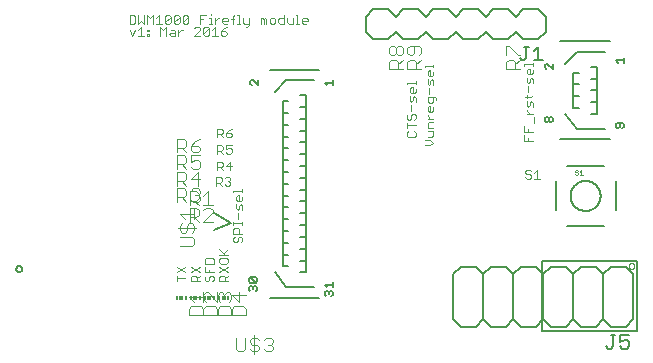
<source format=gto>
G75*
%MOIN*%
%OFA0B0*%
%FSLAX25Y25*%
%IPPOS*%
%LPD*%
%AMOC8*
5,1,8,0,0,1.08239X$1,22.5*
%
%ADD10C,0.00300*%
%ADD11C,0.00600*%
%ADD12C,0.00400*%
%ADD13R,0.00591X0.01181*%
%ADD14R,0.01181X0.01181*%
%ADD15C,0.00500*%
%ADD16C,0.00800*%
%ADD17C,0.00100*%
D10*
X0097554Y0033461D02*
X0097554Y0035396D01*
X0097554Y0034429D02*
X0100456Y0034429D01*
X0102278Y0034912D02*
X0102278Y0033461D01*
X0105181Y0033461D01*
X0104213Y0033461D02*
X0104213Y0034912D01*
X0103729Y0035396D01*
X0102762Y0035396D01*
X0102278Y0034912D01*
X0102278Y0036408D02*
X0105181Y0038343D01*
X0107003Y0038343D02*
X0107003Y0036408D01*
X0109905Y0036408D01*
X0109421Y0035396D02*
X0109905Y0034912D01*
X0109905Y0033945D01*
X0109421Y0033461D01*
X0108454Y0033945D02*
X0108454Y0034912D01*
X0108938Y0035396D01*
X0109421Y0035396D01*
X0108454Y0036408D02*
X0108454Y0037375D01*
X0107486Y0035396D02*
X0107003Y0034912D01*
X0107003Y0033945D01*
X0107486Y0033461D01*
X0107970Y0033461D01*
X0108454Y0033945D01*
X0111727Y0033461D02*
X0111727Y0034912D01*
X0112211Y0035396D01*
X0113178Y0035396D01*
X0113662Y0034912D01*
X0113662Y0033461D01*
X0113662Y0034429D02*
X0114630Y0035396D01*
X0114630Y0036408D02*
X0111727Y0038343D01*
X0112211Y0039354D02*
X0114146Y0039354D01*
X0114630Y0039838D01*
X0114630Y0040805D01*
X0114146Y0041289D01*
X0112211Y0041289D01*
X0111727Y0040805D01*
X0111727Y0039838D01*
X0112211Y0039354D01*
X0109905Y0039354D02*
X0109905Y0040805D01*
X0109421Y0041289D01*
X0107486Y0041289D01*
X0107003Y0040805D01*
X0107003Y0039354D01*
X0109905Y0039354D01*
X0111727Y0036408D02*
X0114630Y0038343D01*
X0114630Y0042301D02*
X0111727Y0042301D01*
X0113178Y0042784D02*
X0114630Y0044236D01*
X0113662Y0042301D02*
X0111727Y0044236D01*
X0116451Y0046937D02*
X0116451Y0047904D01*
X0116935Y0048388D01*
X0117903Y0047904D02*
X0118386Y0048388D01*
X0118870Y0048388D01*
X0119354Y0047904D01*
X0119354Y0046937D01*
X0118870Y0046453D01*
X0117903Y0046937D02*
X0117903Y0047904D01*
X0117903Y0046937D02*
X0117419Y0046453D01*
X0116935Y0046453D01*
X0116451Y0046937D01*
X0116451Y0049400D02*
X0116451Y0050851D01*
X0116935Y0051335D01*
X0117903Y0051335D01*
X0118386Y0050851D01*
X0118386Y0049400D01*
X0119354Y0049400D02*
X0116451Y0049400D01*
X0116451Y0052346D02*
X0116451Y0053314D01*
X0116451Y0052830D02*
X0119354Y0052830D01*
X0119354Y0052346D02*
X0119354Y0053314D01*
X0117903Y0054311D02*
X0117903Y0056246D01*
X0117903Y0057257D02*
X0117419Y0057741D01*
X0117419Y0059192D01*
X0118386Y0058708D02*
X0118870Y0059192D01*
X0119354Y0058708D01*
X0119354Y0057257D01*
X0118386Y0057741D02*
X0117903Y0057257D01*
X0118386Y0057741D02*
X0118386Y0058708D01*
X0118386Y0060204D02*
X0118386Y0062139D01*
X0117903Y0062139D01*
X0117419Y0061655D01*
X0117419Y0060687D01*
X0117903Y0060204D01*
X0118870Y0060204D01*
X0119354Y0060687D01*
X0119354Y0061655D01*
X0119354Y0063150D02*
X0119354Y0064118D01*
X0119354Y0063634D02*
X0116451Y0063634D01*
X0116451Y0063150D01*
X0114997Y0065351D02*
X0114029Y0065351D01*
X0113545Y0065835D01*
X0112534Y0065351D02*
X0111566Y0066318D01*
X0112050Y0066318D02*
X0110599Y0066318D01*
X0110599Y0065351D02*
X0110599Y0068253D01*
X0112050Y0068253D01*
X0112534Y0067770D01*
X0112534Y0066802D01*
X0112050Y0066318D01*
X0113545Y0067770D02*
X0114029Y0068253D01*
X0114997Y0068253D01*
X0115480Y0067770D01*
X0115480Y0067286D01*
X0114997Y0066802D01*
X0115480Y0066318D01*
X0115480Y0065835D01*
X0114997Y0065351D01*
X0114997Y0066802D02*
X0114513Y0066802D01*
X0115390Y0070469D02*
X0115390Y0073371D01*
X0113939Y0071920D01*
X0115874Y0071920D01*
X0112927Y0071920D02*
X0112927Y0072888D01*
X0112444Y0073371D01*
X0110993Y0073371D01*
X0110993Y0070469D01*
X0110993Y0071436D02*
X0112444Y0071436D01*
X0112927Y0071920D01*
X0111960Y0071436D02*
X0112927Y0070469D01*
X0112927Y0075981D02*
X0111960Y0076948D01*
X0112444Y0076948D02*
X0110993Y0076948D01*
X0110993Y0075981D02*
X0110993Y0078883D01*
X0112444Y0078883D01*
X0112927Y0078399D01*
X0112927Y0077432D01*
X0112444Y0076948D01*
X0113939Y0076464D02*
X0114423Y0075981D01*
X0115390Y0075981D01*
X0115874Y0076464D01*
X0115874Y0077432D01*
X0115390Y0077916D01*
X0114907Y0077916D01*
X0113939Y0077432D01*
X0113939Y0078883D01*
X0115874Y0078883D01*
X0115390Y0081493D02*
X0115874Y0081976D01*
X0115874Y0082460D01*
X0115390Y0082944D01*
X0113939Y0082944D01*
X0113939Y0081976D01*
X0114423Y0081493D01*
X0115390Y0081493D01*
X0113939Y0082944D02*
X0114907Y0083911D01*
X0115874Y0084395D01*
X0112927Y0083911D02*
X0112927Y0082944D01*
X0112444Y0082460D01*
X0110993Y0082460D01*
X0111960Y0082460D02*
X0112927Y0081493D01*
X0110993Y0081493D02*
X0110993Y0084395D01*
X0112444Y0084395D01*
X0112927Y0083911D01*
X0112790Y0115351D02*
X0113757Y0115351D01*
X0114241Y0115835D01*
X0114241Y0116318D01*
X0113757Y0116802D01*
X0112306Y0116802D01*
X0112306Y0115835D01*
X0112790Y0115351D01*
X0111294Y0115351D02*
X0109359Y0115351D01*
X0110327Y0115351D02*
X0110327Y0118253D01*
X0109359Y0117286D01*
X0108348Y0117770D02*
X0106413Y0115835D01*
X0106897Y0115351D01*
X0107864Y0115351D01*
X0108348Y0115835D01*
X0108348Y0117770D01*
X0107864Y0118253D01*
X0106897Y0118253D01*
X0106413Y0117770D01*
X0106413Y0115835D01*
X0105401Y0115351D02*
X0103466Y0115351D01*
X0105401Y0117286D01*
X0105401Y0117770D01*
X0104918Y0118253D01*
X0103950Y0118253D01*
X0103466Y0117770D01*
X0105431Y0119288D02*
X0105431Y0122190D01*
X0107366Y0122190D01*
X0108377Y0121223D02*
X0108861Y0121223D01*
X0108861Y0119288D01*
X0108377Y0119288D02*
X0109345Y0119288D01*
X0110342Y0119288D02*
X0110342Y0121223D01*
X0111309Y0121223D02*
X0110342Y0120255D01*
X0111309Y0121223D02*
X0111793Y0121223D01*
X0112797Y0120739D02*
X0113281Y0121223D01*
X0114248Y0121223D01*
X0114732Y0120739D01*
X0114732Y0120255D01*
X0112797Y0120255D01*
X0112797Y0119772D02*
X0112797Y0120739D01*
X0112797Y0119772D02*
X0113281Y0119288D01*
X0114248Y0119288D01*
X0114241Y0118253D02*
X0113273Y0117770D01*
X0112306Y0116802D01*
X0116227Y0119288D02*
X0116227Y0121707D01*
X0116711Y0122190D01*
X0117708Y0122190D02*
X0118192Y0122190D01*
X0118192Y0119288D01*
X0118675Y0119288D02*
X0117708Y0119288D01*
X0116711Y0120739D02*
X0115744Y0120739D01*
X0119672Y0121223D02*
X0119672Y0119772D01*
X0120156Y0119288D01*
X0121607Y0119288D01*
X0121607Y0118804D02*
X0121124Y0118320D01*
X0120640Y0118320D01*
X0121607Y0118804D02*
X0121607Y0121223D01*
X0125565Y0121223D02*
X0125565Y0119288D01*
X0126533Y0119288D02*
X0126533Y0120739D01*
X0127017Y0121223D01*
X0127500Y0120739D01*
X0127500Y0119288D01*
X0128512Y0119772D02*
X0128512Y0120739D01*
X0128996Y0121223D01*
X0129963Y0121223D01*
X0130447Y0120739D01*
X0130447Y0119772D01*
X0129963Y0119288D01*
X0128996Y0119288D01*
X0128512Y0119772D01*
X0126533Y0120739D02*
X0126049Y0121223D01*
X0125565Y0121223D01*
X0131458Y0120739D02*
X0131458Y0119772D01*
X0131942Y0119288D01*
X0133393Y0119288D01*
X0133393Y0122190D01*
X0133393Y0121223D02*
X0131942Y0121223D01*
X0131458Y0120739D01*
X0134405Y0121223D02*
X0134405Y0119772D01*
X0134889Y0119288D01*
X0136340Y0119288D01*
X0136340Y0121223D01*
X0137351Y0122190D02*
X0137835Y0122190D01*
X0137835Y0119288D01*
X0137351Y0119288D02*
X0138319Y0119288D01*
X0139316Y0119772D02*
X0139316Y0120739D01*
X0139799Y0121223D01*
X0140767Y0121223D01*
X0141251Y0120739D01*
X0141251Y0120255D01*
X0139316Y0120255D01*
X0139316Y0119772D02*
X0139799Y0119288D01*
X0140767Y0119288D01*
X0108861Y0122190D02*
X0108861Y0122674D01*
X0106398Y0120739D02*
X0105431Y0120739D01*
X0101473Y0119772D02*
X0100989Y0119288D01*
X0100022Y0119288D01*
X0099538Y0119772D01*
X0101473Y0121707D01*
X0101473Y0119772D01*
X0101473Y0121707D02*
X0100989Y0122190D01*
X0100022Y0122190D01*
X0099538Y0121707D01*
X0099538Y0119772D01*
X0098526Y0119772D02*
X0098526Y0121707D01*
X0096591Y0119772D01*
X0097075Y0119288D01*
X0098042Y0119288D01*
X0098526Y0119772D01*
X0098526Y0121707D02*
X0098042Y0122190D01*
X0097075Y0122190D01*
X0096591Y0121707D01*
X0096591Y0119772D01*
X0095580Y0119772D02*
X0095580Y0121707D01*
X0093645Y0119772D01*
X0094128Y0119288D01*
X0095096Y0119288D01*
X0095580Y0119772D01*
X0095580Y0121707D02*
X0095096Y0122190D01*
X0094128Y0122190D01*
X0093645Y0121707D01*
X0093645Y0119772D01*
X0092633Y0119288D02*
X0090698Y0119288D01*
X0091666Y0119288D02*
X0091666Y0122190D01*
X0090698Y0121223D01*
X0089687Y0122190D02*
X0088719Y0121223D01*
X0087752Y0122190D01*
X0087752Y0119288D01*
X0086740Y0119288D02*
X0086740Y0122190D01*
X0084805Y0122190D02*
X0084805Y0119288D01*
X0085773Y0120255D01*
X0086740Y0119288D01*
X0085773Y0118253D02*
X0085773Y0115351D01*
X0086740Y0115351D02*
X0084805Y0115351D01*
X0084805Y0117286D02*
X0085773Y0118253D01*
X0087752Y0117286D02*
X0087752Y0116802D01*
X0088235Y0116802D01*
X0088235Y0117286D01*
X0087752Y0117286D01*
X0087752Y0115835D02*
X0087752Y0115351D01*
X0088235Y0115351D01*
X0088235Y0115835D01*
X0087752Y0115835D01*
X0083794Y0117286D02*
X0082826Y0115351D01*
X0081859Y0117286D01*
X0081859Y0119288D02*
X0083310Y0119288D01*
X0083794Y0119772D01*
X0083794Y0121707D01*
X0083310Y0122190D01*
X0081859Y0122190D01*
X0081859Y0119288D01*
X0089687Y0119288D02*
X0089687Y0122190D01*
X0092171Y0118253D02*
X0093139Y0117286D01*
X0094106Y0118253D01*
X0094106Y0115351D01*
X0095118Y0115835D02*
X0095602Y0116318D01*
X0097053Y0116318D01*
X0097053Y0116802D02*
X0097053Y0115351D01*
X0095602Y0115351D01*
X0095118Y0115835D01*
X0095602Y0117286D02*
X0096569Y0117286D01*
X0097053Y0116802D01*
X0098065Y0116318D02*
X0099032Y0117286D01*
X0099516Y0117286D01*
X0098065Y0117286D02*
X0098065Y0115351D01*
X0092171Y0115351D02*
X0092171Y0118253D01*
X0174325Y0099655D02*
X0177228Y0099655D01*
X0177228Y0099172D02*
X0177228Y0100139D01*
X0176260Y0098160D02*
X0175777Y0098160D01*
X0175293Y0097676D01*
X0175293Y0096709D01*
X0175777Y0096225D01*
X0176744Y0096225D01*
X0177228Y0096709D01*
X0177228Y0097676D01*
X0176260Y0098160D02*
X0176260Y0096225D01*
X0176744Y0095214D02*
X0176260Y0094730D01*
X0176260Y0093762D01*
X0175777Y0093279D01*
X0175293Y0093762D01*
X0175293Y0095214D01*
X0176744Y0095214D02*
X0177228Y0094730D01*
X0177228Y0093279D01*
X0175777Y0092267D02*
X0175777Y0090332D01*
X0176260Y0089321D02*
X0175777Y0088837D01*
X0175777Y0087869D01*
X0175293Y0087386D01*
X0174809Y0087386D01*
X0174325Y0087869D01*
X0174325Y0088837D01*
X0174809Y0089321D01*
X0176260Y0089321D02*
X0176744Y0089321D01*
X0177228Y0088837D01*
X0177228Y0087869D01*
X0176744Y0087386D01*
X0177228Y0085407D02*
X0174325Y0085407D01*
X0174325Y0086374D02*
X0174325Y0084439D01*
X0174809Y0083427D02*
X0174325Y0082944D01*
X0174325Y0081976D01*
X0174809Y0081493D01*
X0176744Y0081493D01*
X0177228Y0081976D01*
X0177228Y0082944D01*
X0176744Y0083427D01*
X0180231Y0080672D02*
X0182166Y0080672D01*
X0183133Y0079704D01*
X0182166Y0078737D01*
X0180231Y0078737D01*
X0181198Y0081683D02*
X0182650Y0081683D01*
X0183133Y0082167D01*
X0183133Y0083618D01*
X0181198Y0083618D01*
X0181198Y0084630D02*
X0181198Y0086081D01*
X0181682Y0086565D01*
X0183133Y0086565D01*
X0183133Y0087576D02*
X0181198Y0087576D01*
X0181198Y0088544D02*
X0181198Y0089027D01*
X0181198Y0088544D02*
X0182166Y0087576D01*
X0183133Y0084630D02*
X0181198Y0084630D01*
X0181682Y0090032D02*
X0181198Y0090515D01*
X0181198Y0091483D01*
X0181682Y0091967D01*
X0182166Y0091967D01*
X0182166Y0090032D01*
X0182650Y0090032D02*
X0181682Y0090032D01*
X0182650Y0090032D02*
X0183133Y0090515D01*
X0183133Y0091483D01*
X0182650Y0092978D02*
X0183133Y0093462D01*
X0183133Y0094913D01*
X0183617Y0094913D02*
X0181198Y0094913D01*
X0181198Y0093462D01*
X0181682Y0092978D01*
X0182650Y0092978D01*
X0184101Y0093946D02*
X0184101Y0094429D01*
X0183617Y0094913D01*
X0181682Y0095925D02*
X0181682Y0097860D01*
X0181682Y0098871D02*
X0181198Y0099355D01*
X0181198Y0100806D01*
X0182166Y0100322D02*
X0182166Y0099355D01*
X0181682Y0098871D01*
X0183133Y0098871D02*
X0183133Y0100322D01*
X0182650Y0100806D01*
X0182166Y0100322D01*
X0182166Y0101818D02*
X0182166Y0103753D01*
X0181682Y0103753D01*
X0181198Y0103269D01*
X0181198Y0102301D01*
X0181682Y0101818D01*
X0182650Y0101818D01*
X0183133Y0102301D01*
X0183133Y0103269D01*
X0183133Y0104764D02*
X0183133Y0105732D01*
X0183133Y0105248D02*
X0180231Y0105248D01*
X0180231Y0104764D01*
X0174325Y0099655D02*
X0174325Y0099172D01*
X0213302Y0105357D02*
X0213302Y0105841D01*
X0216204Y0105841D01*
X0216204Y0106324D02*
X0216204Y0105357D01*
X0215237Y0104345D02*
X0215237Y0102410D01*
X0215721Y0102410D02*
X0214753Y0102410D01*
X0214269Y0102894D01*
X0214269Y0103862D01*
X0214753Y0104345D01*
X0215237Y0104345D01*
X0216204Y0103862D02*
X0216204Y0102894D01*
X0215721Y0102410D01*
X0215721Y0101399D02*
X0215237Y0100915D01*
X0215237Y0099948D01*
X0214753Y0099464D01*
X0214269Y0099948D01*
X0214269Y0101399D01*
X0215721Y0101399D02*
X0216204Y0100915D01*
X0216204Y0099464D01*
X0214753Y0098452D02*
X0214753Y0096517D01*
X0214269Y0095520D02*
X0214269Y0094553D01*
X0213786Y0095037D02*
X0215721Y0095037D01*
X0216204Y0095520D01*
X0215721Y0093541D02*
X0215237Y0093058D01*
X0215237Y0092090D01*
X0214753Y0091606D01*
X0214269Y0092090D01*
X0214269Y0093541D01*
X0215721Y0093541D02*
X0216204Y0093058D01*
X0216204Y0091606D01*
X0214269Y0090602D02*
X0214269Y0090118D01*
X0215237Y0089151D01*
X0216204Y0089151D02*
X0214269Y0089151D01*
X0216688Y0088139D02*
X0216688Y0086204D01*
X0214753Y0084225D02*
X0214753Y0083258D01*
X0213302Y0083258D02*
X0213302Y0085193D01*
X0213302Y0083258D02*
X0216204Y0083258D01*
X0214753Y0081279D02*
X0214753Y0080311D01*
X0213302Y0080311D02*
X0213302Y0082246D01*
X0213302Y0080311D02*
X0216204Y0080311D01*
X0215200Y0070615D02*
X0214232Y0070615D01*
X0213748Y0070132D01*
X0213748Y0069648D01*
X0214232Y0069164D01*
X0215200Y0069164D01*
X0215683Y0068680D01*
X0215683Y0068197D01*
X0215200Y0067713D01*
X0214232Y0067713D01*
X0213748Y0068197D01*
X0215683Y0070132D02*
X0215200Y0070615D01*
X0216695Y0069648D02*
X0217662Y0070615D01*
X0217662Y0067713D01*
X0216695Y0067713D02*
X0218630Y0067713D01*
X0248197Y0039046D02*
X0248197Y0038079D01*
X0248681Y0037595D01*
X0249648Y0037595D01*
X0250132Y0038079D01*
X0250132Y0039046D01*
X0249648Y0039530D01*
X0248681Y0039530D01*
X0248197Y0039046D01*
X0114630Y0033461D02*
X0111727Y0033461D01*
X0105181Y0035396D02*
X0104213Y0034429D01*
X0105181Y0036408D02*
X0102278Y0038343D01*
X0100456Y0038343D02*
X0097554Y0036408D01*
X0097554Y0038343D02*
X0100456Y0036408D01*
D11*
X0110055Y0050634D02*
X0115567Y0052996D01*
X0110055Y0056146D01*
X0122171Y0034757D02*
X0121737Y0034323D01*
X0121737Y0033456D01*
X0122171Y0033022D01*
X0123906Y0033022D01*
X0122171Y0034757D01*
X0123906Y0034757D01*
X0124339Y0034323D01*
X0124339Y0033456D01*
X0123906Y0033022D01*
X0123906Y0031810D02*
X0124339Y0031377D01*
X0124339Y0030509D01*
X0123906Y0030075D01*
X0123038Y0030943D02*
X0123038Y0031377D01*
X0123472Y0031810D01*
X0123906Y0031810D01*
X0123038Y0031377D02*
X0122605Y0031810D01*
X0122171Y0031810D01*
X0121737Y0031377D01*
X0121737Y0030509D01*
X0122171Y0030075D01*
X0146934Y0029802D02*
X0147368Y0030235D01*
X0147801Y0030235D01*
X0148235Y0029802D01*
X0148669Y0030235D01*
X0149103Y0030235D01*
X0149536Y0029802D01*
X0149536Y0028934D01*
X0149103Y0028501D01*
X0148235Y0029368D02*
X0148235Y0029802D01*
X0146934Y0029802D02*
X0146934Y0028934D01*
X0147368Y0028501D01*
X0147801Y0031447D02*
X0146934Y0032315D01*
X0149536Y0032315D01*
X0149536Y0033182D02*
X0149536Y0031447D01*
X0219504Y0040398D02*
X0219504Y0016776D01*
X0251000Y0016776D01*
X0251000Y0040398D01*
X0219504Y0040398D01*
X0244346Y0084628D02*
X0243912Y0085062D01*
X0243912Y0085929D01*
X0244346Y0086363D01*
X0246080Y0086363D01*
X0246514Y0085929D01*
X0246514Y0085062D01*
X0246080Y0084628D01*
X0245213Y0085062D02*
X0245213Y0086363D01*
X0245213Y0085062D02*
X0244779Y0084628D01*
X0244346Y0084628D01*
X0222892Y0087030D02*
X0222458Y0086597D01*
X0222025Y0086597D01*
X0221591Y0087030D01*
X0221591Y0087898D01*
X0222025Y0088332D01*
X0222458Y0088332D01*
X0222892Y0087898D01*
X0222892Y0087030D01*
X0221591Y0087030D02*
X0221157Y0086597D01*
X0220724Y0086597D01*
X0220290Y0087030D01*
X0220290Y0087898D01*
X0220724Y0088332D01*
X0221157Y0088332D01*
X0221591Y0087898D01*
X0220724Y0104313D02*
X0220290Y0104747D01*
X0220290Y0105614D01*
X0220724Y0106048D01*
X0221157Y0106048D01*
X0222892Y0104313D01*
X0222892Y0106048D01*
X0243912Y0107149D02*
X0246514Y0107149D01*
X0246514Y0106282D02*
X0246514Y0108017D01*
X0244779Y0106282D02*
X0243912Y0107149D01*
X0149536Y0100505D02*
X0149536Y0098770D01*
X0149536Y0099637D02*
X0146934Y0099637D01*
X0147801Y0098770D01*
X0124733Y0098770D02*
X0122998Y0100505D01*
X0122565Y0100505D01*
X0122131Y0100071D01*
X0122131Y0099204D01*
X0122565Y0098770D01*
X0124733Y0098770D02*
X0124733Y0100505D01*
D12*
X0105315Y0081009D02*
X0103780Y0080241D01*
X0102246Y0078707D01*
X0104548Y0078707D01*
X0105315Y0077939D01*
X0105315Y0077172D01*
X0104548Y0076405D01*
X0103013Y0076405D01*
X0102246Y0077172D01*
X0102246Y0078707D01*
X0100711Y0078707D02*
X0099944Y0077939D01*
X0097642Y0077939D01*
X0097642Y0076405D02*
X0097642Y0081009D01*
X0099944Y0081009D01*
X0100711Y0080241D01*
X0100711Y0078707D01*
X0099176Y0077939D02*
X0100711Y0076405D01*
X0099944Y0075497D02*
X0097642Y0075497D01*
X0097642Y0070893D01*
X0097642Y0069985D02*
X0099944Y0069985D01*
X0100711Y0069218D01*
X0100711Y0067683D01*
X0099944Y0066916D01*
X0097642Y0066916D01*
X0099176Y0066916D02*
X0100711Y0065381D01*
X0099944Y0064473D02*
X0097642Y0064473D01*
X0097642Y0059869D01*
X0097642Y0061404D02*
X0099944Y0061404D01*
X0100711Y0062171D01*
X0100711Y0063706D01*
X0099944Y0064473D01*
X0101850Y0063450D02*
X0104152Y0063450D01*
X0104919Y0062682D01*
X0104919Y0061148D01*
X0104152Y0060380D01*
X0101850Y0060380D01*
X0102246Y0060637D02*
X0103013Y0059869D01*
X0104548Y0059869D01*
X0105315Y0060637D01*
X0105315Y0061404D01*
X0104548Y0062171D01*
X0103780Y0062171D01*
X0104548Y0062171D02*
X0105315Y0062939D01*
X0105315Y0063706D01*
X0104548Y0064473D01*
X0103013Y0064473D01*
X0102246Y0063706D01*
X0101850Y0063450D02*
X0101850Y0058846D01*
X0101850Y0057938D02*
X0104152Y0057938D01*
X0104919Y0057170D01*
X0104919Y0055636D01*
X0104152Y0054868D01*
X0101850Y0054868D01*
X0101850Y0053334D02*
X0101850Y0057938D01*
X0103320Y0057402D02*
X0103320Y0054333D01*
X0103384Y0054868D02*
X0104919Y0053334D01*
X0106454Y0053334D02*
X0109523Y0056403D01*
X0109523Y0057170D01*
X0108755Y0057938D01*
X0107221Y0057938D01*
X0106454Y0057170D01*
X0106454Y0058846D02*
X0109523Y0058846D01*
X0107988Y0058846D02*
X0107988Y0063450D01*
X0106454Y0061915D01*
X0104919Y0058846D02*
X0103384Y0060380D01*
X0100711Y0059869D02*
X0099176Y0061404D01*
X0097642Y0065381D02*
X0097642Y0069985D01*
X0099176Y0072428D02*
X0100711Y0070893D01*
X0099944Y0072428D02*
X0097642Y0072428D01*
X0099944Y0072428D02*
X0100711Y0073195D01*
X0100711Y0074730D01*
X0099944Y0075497D01*
X0102246Y0075497D02*
X0102246Y0073195D01*
X0103780Y0073962D01*
X0104548Y0073962D01*
X0105315Y0073195D01*
X0105315Y0071660D01*
X0104548Y0070893D01*
X0103013Y0070893D01*
X0102246Y0071660D01*
X0104548Y0069985D02*
X0102246Y0067683D01*
X0105315Y0067683D01*
X0104548Y0065381D02*
X0104548Y0069985D01*
X0105315Y0075497D02*
X0102246Y0075497D01*
X0103320Y0055868D02*
X0098716Y0055868D01*
X0100250Y0054333D01*
X0099483Y0052798D02*
X0098716Y0052031D01*
X0098716Y0050496D01*
X0099483Y0049729D01*
X0100250Y0049729D01*
X0101018Y0050496D01*
X0101018Y0052031D01*
X0101785Y0052798D01*
X0102552Y0052798D01*
X0103320Y0052031D01*
X0103320Y0050496D01*
X0102552Y0049729D01*
X0102552Y0048194D02*
X0098716Y0048194D01*
X0097948Y0051264D02*
X0104087Y0051264D01*
X0106454Y0053334D02*
X0109523Y0053334D01*
X0103320Y0047427D02*
X0102552Y0048194D01*
X0103320Y0047427D02*
X0103320Y0045893D01*
X0102552Y0045125D01*
X0098716Y0045125D01*
X0106331Y0029752D02*
X0106331Y0026683D01*
X0106452Y0027450D02*
X0107219Y0026683D01*
X0106452Y0027450D02*
X0106452Y0028985D01*
X0107219Y0029752D01*
X0107987Y0029752D01*
X0111056Y0026683D01*
X0111056Y0029752D01*
X0111176Y0028985D02*
X0111944Y0029752D01*
X0112711Y0029752D01*
X0113478Y0028985D01*
X0114246Y0029752D01*
X0115013Y0029752D01*
X0115780Y0028985D01*
X0115780Y0027450D01*
X0115013Y0026683D01*
X0115013Y0025148D02*
X0111944Y0025148D01*
X0111176Y0024381D01*
X0111176Y0022079D01*
X0115780Y0022079D01*
X0115780Y0024381D01*
X0115013Y0025148D01*
X0115901Y0024381D02*
X0115901Y0022079D01*
X0120505Y0022079D01*
X0120505Y0024381D01*
X0119737Y0025148D01*
X0116668Y0025148D01*
X0115901Y0024381D01*
X0111056Y0024381D02*
X0111056Y0022079D01*
X0106452Y0022079D01*
X0106452Y0024381D01*
X0107219Y0025148D01*
X0110289Y0025148D01*
X0111056Y0024381D01*
X0111944Y0026683D02*
X0111176Y0027450D01*
X0111176Y0028985D01*
X0113478Y0028985D02*
X0113478Y0028217D01*
X0115901Y0028985D02*
X0118203Y0026683D01*
X0118203Y0029752D01*
X0120505Y0028985D02*
X0115901Y0028985D01*
X0106331Y0028217D02*
X0101728Y0028217D01*
X0103262Y0026683D01*
X0102495Y0025148D02*
X0101728Y0024381D01*
X0101728Y0022079D01*
X0106331Y0022079D01*
X0106331Y0024381D01*
X0105564Y0025148D01*
X0102495Y0025148D01*
X0117342Y0014694D02*
X0117342Y0010857D01*
X0118109Y0010090D01*
X0119644Y0010090D01*
X0120411Y0010857D01*
X0120411Y0014694D01*
X0121946Y0013926D02*
X0122713Y0014694D01*
X0124248Y0014694D01*
X0125015Y0013926D01*
X0126550Y0013926D02*
X0127317Y0014694D01*
X0128852Y0014694D01*
X0129619Y0013926D01*
X0129619Y0013159D01*
X0128852Y0012392D01*
X0129619Y0011624D01*
X0129619Y0010857D01*
X0128852Y0010090D01*
X0127317Y0010090D01*
X0126550Y0010857D01*
X0125015Y0010857D02*
X0125015Y0011624D01*
X0124248Y0012392D01*
X0122713Y0012392D01*
X0121946Y0013159D01*
X0121946Y0013926D01*
X0123480Y0015461D02*
X0123480Y0009322D01*
X0122713Y0010090D02*
X0121946Y0010857D01*
X0122713Y0010090D02*
X0124248Y0010090D01*
X0125015Y0010857D01*
X0128084Y0012392D02*
X0128852Y0012392D01*
X0168381Y0104326D02*
X0168381Y0106628D01*
X0169148Y0107395D01*
X0170683Y0107395D01*
X0171450Y0106628D01*
X0171450Y0104326D01*
X0171450Y0105861D02*
X0172985Y0107395D01*
X0174405Y0106541D02*
X0175172Y0107309D01*
X0176707Y0107309D01*
X0177474Y0106541D01*
X0177474Y0104239D01*
X0179009Y0104239D02*
X0174405Y0104239D01*
X0174405Y0106541D01*
X0172985Y0104326D02*
X0168381Y0104326D01*
X0169148Y0108930D02*
X0169916Y0108930D01*
X0170683Y0109697D01*
X0170683Y0111232D01*
X0171450Y0111999D01*
X0172218Y0111999D01*
X0172985Y0111232D01*
X0172985Y0109697D01*
X0172218Y0108930D01*
X0171450Y0108930D01*
X0170683Y0109697D01*
X0170683Y0111232D02*
X0169916Y0111999D01*
X0169148Y0111999D01*
X0168381Y0111232D01*
X0168381Y0109697D01*
X0169148Y0108930D01*
X0174405Y0109611D02*
X0175172Y0108843D01*
X0175939Y0108843D01*
X0176707Y0109611D01*
X0176707Y0111913D01*
X0178241Y0111913D02*
X0175172Y0111913D01*
X0174405Y0111145D01*
X0174405Y0109611D01*
X0178241Y0108843D02*
X0179009Y0109611D01*
X0179009Y0111145D01*
X0178241Y0111913D01*
X0179009Y0107309D02*
X0177474Y0105774D01*
X0207413Y0106628D02*
X0207413Y0104326D01*
X0212017Y0104326D01*
X0210482Y0104326D02*
X0210482Y0106628D01*
X0209715Y0107395D01*
X0208180Y0107395D01*
X0207413Y0106628D01*
X0210482Y0105861D02*
X0212017Y0107395D01*
X0212017Y0108930D02*
X0211249Y0108930D01*
X0208180Y0111999D01*
X0207413Y0111999D01*
X0207413Y0108930D01*
D13*
X0114681Y0027996D03*
X0111728Y0027996D03*
X0109957Y0027996D03*
X0107004Y0027996D03*
X0105232Y0027996D03*
X0102280Y0027996D03*
X0100508Y0027996D03*
X0097555Y0027996D03*
D14*
X0099031Y0027996D03*
X0103756Y0027996D03*
X0108480Y0027996D03*
X0113205Y0027996D03*
D15*
X0044110Y0037642D02*
X0044112Y0037704D01*
X0044118Y0037767D01*
X0044128Y0037828D01*
X0044142Y0037889D01*
X0044159Y0037949D01*
X0044180Y0038008D01*
X0044206Y0038065D01*
X0044234Y0038120D01*
X0044266Y0038174D01*
X0044302Y0038225D01*
X0044340Y0038275D01*
X0044382Y0038321D01*
X0044426Y0038365D01*
X0044474Y0038406D01*
X0044523Y0038444D01*
X0044575Y0038478D01*
X0044629Y0038509D01*
X0044685Y0038537D01*
X0044743Y0038561D01*
X0044802Y0038582D01*
X0044862Y0038598D01*
X0044923Y0038611D01*
X0044985Y0038620D01*
X0045047Y0038625D01*
X0045110Y0038626D01*
X0045172Y0038623D01*
X0045234Y0038616D01*
X0045296Y0038605D01*
X0045356Y0038590D01*
X0045416Y0038572D01*
X0045474Y0038550D01*
X0045531Y0038524D01*
X0045586Y0038494D01*
X0045639Y0038461D01*
X0045690Y0038425D01*
X0045738Y0038386D01*
X0045784Y0038343D01*
X0045827Y0038298D01*
X0045867Y0038250D01*
X0045904Y0038200D01*
X0045938Y0038147D01*
X0045969Y0038093D01*
X0045995Y0038037D01*
X0046019Y0037979D01*
X0046038Y0037919D01*
X0046054Y0037859D01*
X0046066Y0037797D01*
X0046074Y0037736D01*
X0046078Y0037673D01*
X0046078Y0037611D01*
X0046074Y0037548D01*
X0046066Y0037487D01*
X0046054Y0037425D01*
X0046038Y0037365D01*
X0046019Y0037305D01*
X0045995Y0037247D01*
X0045969Y0037191D01*
X0045938Y0037137D01*
X0045904Y0037084D01*
X0045867Y0037034D01*
X0045827Y0036986D01*
X0045784Y0036941D01*
X0045738Y0036898D01*
X0045690Y0036859D01*
X0045639Y0036823D01*
X0045586Y0036790D01*
X0045531Y0036760D01*
X0045474Y0036734D01*
X0045416Y0036712D01*
X0045356Y0036694D01*
X0045296Y0036679D01*
X0045234Y0036668D01*
X0045172Y0036661D01*
X0045110Y0036658D01*
X0045047Y0036659D01*
X0044985Y0036664D01*
X0044923Y0036673D01*
X0044862Y0036686D01*
X0044802Y0036702D01*
X0044743Y0036723D01*
X0044685Y0036747D01*
X0044629Y0036775D01*
X0044575Y0036806D01*
X0044523Y0036840D01*
X0044474Y0036878D01*
X0044426Y0036919D01*
X0044382Y0036963D01*
X0044340Y0037009D01*
X0044302Y0037059D01*
X0044266Y0037110D01*
X0044234Y0037164D01*
X0044206Y0037219D01*
X0044180Y0037276D01*
X0044159Y0037335D01*
X0044142Y0037395D01*
X0044128Y0037456D01*
X0044118Y0037517D01*
X0044112Y0037580D01*
X0044110Y0037642D01*
X0128526Y0027991D02*
X0145061Y0027991D01*
X0143408Y0031535D02*
X0134117Y0031535D01*
X0130180Y0036456D01*
X0132857Y0038424D02*
X0134825Y0038424D01*
X0132857Y0038424D02*
X0132857Y0042361D01*
X0134825Y0042361D01*
X0132857Y0042361D02*
X0132857Y0046298D01*
X0134825Y0046298D01*
X0132857Y0046298D02*
X0132857Y0050235D01*
X0134825Y0050235D01*
X0132857Y0050235D02*
X0132857Y0054172D01*
X0134825Y0054172D01*
X0132857Y0054172D02*
X0132857Y0058109D01*
X0134825Y0058109D01*
X0132857Y0058109D02*
X0132857Y0062046D01*
X0134825Y0062046D01*
X0132857Y0062046D02*
X0132857Y0065983D01*
X0134825Y0065983D01*
X0132857Y0065983D02*
X0132857Y0069920D01*
X0134825Y0069920D01*
X0132857Y0069920D02*
X0132857Y0073857D01*
X0134825Y0073857D01*
X0132857Y0073857D02*
X0132857Y0077794D01*
X0134825Y0077794D01*
X0132857Y0077794D02*
X0132857Y0081731D01*
X0134825Y0081731D01*
X0132857Y0081731D02*
X0132857Y0085669D01*
X0134825Y0085669D01*
X0132857Y0085669D02*
X0132857Y0089606D01*
X0134825Y0089606D01*
X0132857Y0089606D02*
X0132857Y0093543D01*
X0134825Y0093543D01*
X0138762Y0095511D02*
X0140731Y0095511D01*
X0140731Y0091574D01*
X0138762Y0091574D01*
X0140731Y0091574D02*
X0140731Y0087637D01*
X0138762Y0087637D01*
X0140731Y0087637D02*
X0140731Y0083700D01*
X0138762Y0083700D01*
X0140731Y0083700D02*
X0140731Y0079763D01*
X0138762Y0079763D01*
X0140731Y0079763D02*
X0140731Y0075826D01*
X0138762Y0075826D01*
X0140731Y0075826D02*
X0140731Y0071889D01*
X0138762Y0071889D01*
X0140731Y0071889D02*
X0140731Y0067952D01*
X0138762Y0067952D01*
X0140731Y0067952D02*
X0140731Y0064015D01*
X0138762Y0064015D01*
X0140731Y0064015D02*
X0140731Y0060078D01*
X0138762Y0060078D01*
X0140731Y0060078D02*
X0140731Y0056141D01*
X0138762Y0056141D01*
X0140731Y0056141D02*
X0140731Y0052204D01*
X0138762Y0052204D01*
X0140731Y0052204D02*
X0140731Y0048267D01*
X0138762Y0048267D01*
X0140731Y0048267D02*
X0140731Y0044330D01*
X0138762Y0044330D01*
X0140731Y0044330D02*
X0140731Y0040393D01*
X0138762Y0040393D01*
X0140731Y0040393D02*
X0140731Y0036456D01*
X0138762Y0036456D01*
X0130180Y0096495D02*
X0134117Y0100432D01*
X0143408Y0100432D01*
X0145061Y0103976D02*
X0128526Y0103976D01*
X0211909Y0107938D02*
X0212660Y0107188D01*
X0213410Y0107188D01*
X0214161Y0107938D01*
X0214161Y0111692D01*
X0213410Y0111692D02*
X0214912Y0111692D01*
X0216513Y0110190D02*
X0218014Y0111692D01*
X0218014Y0107188D01*
X0216513Y0107188D02*
X0219516Y0107188D01*
X0227157Y0105976D02*
X0231094Y0109913D01*
X0240386Y0109913D01*
X0242039Y0113456D02*
X0225504Y0113456D01*
X0235740Y0104991D02*
X0237709Y0104991D01*
X0237709Y0101054D01*
X0235740Y0101054D01*
X0237709Y0101054D02*
X0237709Y0097117D01*
X0235740Y0097117D01*
X0237709Y0097117D02*
X0237709Y0093180D01*
X0235740Y0093180D01*
X0237709Y0093180D02*
X0237709Y0089243D01*
X0235740Y0089243D01*
X0231803Y0091212D02*
X0229835Y0091212D01*
X0229835Y0095149D01*
X0231803Y0095149D01*
X0229835Y0095149D02*
X0229835Y0099086D01*
X0231803Y0099086D01*
X0229835Y0099086D02*
X0229835Y0103023D01*
X0231803Y0103023D01*
X0227157Y0089243D02*
X0231094Y0084322D01*
X0240386Y0084322D01*
X0242039Y0080779D02*
X0225504Y0080779D01*
X0242244Y0015565D02*
X0243745Y0015565D01*
X0242995Y0015565D02*
X0242995Y0011812D01*
X0242244Y0011061D01*
X0241494Y0011061D01*
X0240743Y0011812D01*
X0245347Y0011812D02*
X0246097Y0011061D01*
X0247599Y0011061D01*
X0248349Y0011812D01*
X0248349Y0013313D01*
X0247599Y0014064D01*
X0246848Y0014064D01*
X0245347Y0013313D01*
X0245347Y0015565D01*
X0248349Y0015565D01*
D16*
X0247201Y0018311D02*
X0242201Y0018311D01*
X0239701Y0020811D01*
X0239701Y0035811D01*
X0237201Y0038311D01*
X0232201Y0038311D01*
X0229701Y0035811D01*
X0229701Y0020811D01*
X0227201Y0018311D01*
X0222201Y0018311D01*
X0219701Y0020811D01*
X0219701Y0035811D01*
X0217201Y0038311D01*
X0212201Y0038311D01*
X0209701Y0035811D01*
X0209701Y0020811D01*
X0207201Y0018311D01*
X0202201Y0018311D01*
X0199701Y0020811D01*
X0199701Y0035811D01*
X0197201Y0038311D01*
X0192201Y0038311D01*
X0189701Y0035811D01*
X0189701Y0020811D01*
X0192201Y0018311D01*
X0197201Y0018311D01*
X0199701Y0020811D01*
X0209701Y0020811D02*
X0212201Y0018311D01*
X0217201Y0018311D01*
X0219701Y0020811D01*
X0229701Y0020811D02*
X0232201Y0018311D01*
X0237201Y0018311D01*
X0239701Y0020811D01*
X0247201Y0018311D02*
X0249701Y0020811D01*
X0249701Y0035811D01*
X0247201Y0038311D01*
X0242201Y0038311D01*
X0239701Y0035811D01*
X0229701Y0035811D02*
X0227201Y0038311D01*
X0222201Y0038311D01*
X0219701Y0035811D01*
X0209701Y0035811D02*
X0207201Y0038311D01*
X0202201Y0038311D01*
X0199701Y0035811D01*
X0227791Y0051961D02*
X0239917Y0051961D01*
X0243854Y0057079D02*
X0243854Y0066843D01*
X0239917Y0071961D02*
X0227791Y0071961D01*
X0223854Y0066961D02*
X0223854Y0057079D01*
X0228854Y0061961D02*
X0228856Y0062102D01*
X0228862Y0062243D01*
X0228872Y0062383D01*
X0228886Y0062523D01*
X0228904Y0062663D01*
X0228925Y0062802D01*
X0228951Y0062941D01*
X0228980Y0063079D01*
X0229014Y0063215D01*
X0229051Y0063351D01*
X0229092Y0063486D01*
X0229137Y0063620D01*
X0229186Y0063752D01*
X0229238Y0063883D01*
X0229294Y0064012D01*
X0229354Y0064139D01*
X0229417Y0064265D01*
X0229483Y0064389D01*
X0229554Y0064512D01*
X0229627Y0064632D01*
X0229704Y0064750D01*
X0229784Y0064866D01*
X0229868Y0064979D01*
X0229954Y0065090D01*
X0230044Y0065199D01*
X0230137Y0065305D01*
X0230232Y0065408D01*
X0230331Y0065509D01*
X0230432Y0065607D01*
X0230536Y0065702D01*
X0230643Y0065794D01*
X0230752Y0065883D01*
X0230864Y0065968D01*
X0230978Y0066051D01*
X0231094Y0066131D01*
X0231213Y0066207D01*
X0231334Y0066279D01*
X0231456Y0066349D01*
X0231581Y0066414D01*
X0231707Y0066477D01*
X0231835Y0066535D01*
X0231965Y0066590D01*
X0232096Y0066642D01*
X0232229Y0066689D01*
X0232363Y0066733D01*
X0232498Y0066774D01*
X0232634Y0066810D01*
X0232771Y0066842D01*
X0232909Y0066871D01*
X0233047Y0066896D01*
X0233187Y0066916D01*
X0233327Y0066933D01*
X0233467Y0066946D01*
X0233608Y0066955D01*
X0233748Y0066960D01*
X0233889Y0066961D01*
X0234030Y0066958D01*
X0234171Y0066951D01*
X0234311Y0066940D01*
X0234451Y0066925D01*
X0234591Y0066906D01*
X0234730Y0066884D01*
X0234868Y0066857D01*
X0235006Y0066827D01*
X0235142Y0066792D01*
X0235278Y0066754D01*
X0235412Y0066712D01*
X0235546Y0066666D01*
X0235678Y0066617D01*
X0235808Y0066563D01*
X0235937Y0066506D01*
X0236064Y0066446D01*
X0236190Y0066382D01*
X0236313Y0066314D01*
X0236435Y0066243D01*
X0236555Y0066169D01*
X0236672Y0066091D01*
X0236787Y0066010D01*
X0236900Y0065926D01*
X0237011Y0065839D01*
X0237119Y0065748D01*
X0237224Y0065655D01*
X0237327Y0065558D01*
X0237427Y0065459D01*
X0237524Y0065357D01*
X0237618Y0065252D01*
X0237709Y0065145D01*
X0237797Y0065035D01*
X0237882Y0064923D01*
X0237964Y0064808D01*
X0238043Y0064691D01*
X0238118Y0064572D01*
X0238190Y0064451D01*
X0238258Y0064328D01*
X0238323Y0064203D01*
X0238385Y0064076D01*
X0238442Y0063947D01*
X0238497Y0063817D01*
X0238547Y0063686D01*
X0238594Y0063553D01*
X0238637Y0063419D01*
X0238676Y0063283D01*
X0238711Y0063147D01*
X0238743Y0063010D01*
X0238770Y0062872D01*
X0238794Y0062733D01*
X0238814Y0062593D01*
X0238830Y0062453D01*
X0238842Y0062313D01*
X0238850Y0062172D01*
X0238854Y0062031D01*
X0238854Y0061891D01*
X0238850Y0061750D01*
X0238842Y0061609D01*
X0238830Y0061469D01*
X0238814Y0061329D01*
X0238794Y0061189D01*
X0238770Y0061050D01*
X0238743Y0060912D01*
X0238711Y0060775D01*
X0238676Y0060639D01*
X0238637Y0060503D01*
X0238594Y0060369D01*
X0238547Y0060236D01*
X0238497Y0060105D01*
X0238442Y0059975D01*
X0238385Y0059846D01*
X0238323Y0059719D01*
X0238258Y0059594D01*
X0238190Y0059471D01*
X0238118Y0059350D01*
X0238043Y0059231D01*
X0237964Y0059114D01*
X0237882Y0058999D01*
X0237797Y0058887D01*
X0237709Y0058777D01*
X0237618Y0058670D01*
X0237524Y0058565D01*
X0237427Y0058463D01*
X0237327Y0058364D01*
X0237224Y0058267D01*
X0237119Y0058174D01*
X0237011Y0058083D01*
X0236900Y0057996D01*
X0236787Y0057912D01*
X0236672Y0057831D01*
X0236555Y0057753D01*
X0236435Y0057679D01*
X0236313Y0057608D01*
X0236190Y0057540D01*
X0236064Y0057476D01*
X0235937Y0057416D01*
X0235808Y0057359D01*
X0235678Y0057305D01*
X0235546Y0057256D01*
X0235412Y0057210D01*
X0235278Y0057168D01*
X0235142Y0057130D01*
X0235006Y0057095D01*
X0234868Y0057065D01*
X0234730Y0057038D01*
X0234591Y0057016D01*
X0234451Y0056997D01*
X0234311Y0056982D01*
X0234171Y0056971D01*
X0234030Y0056964D01*
X0233889Y0056961D01*
X0233748Y0056962D01*
X0233608Y0056967D01*
X0233467Y0056976D01*
X0233327Y0056989D01*
X0233187Y0057006D01*
X0233047Y0057026D01*
X0232909Y0057051D01*
X0232771Y0057080D01*
X0232634Y0057112D01*
X0232498Y0057148D01*
X0232363Y0057189D01*
X0232229Y0057233D01*
X0232096Y0057280D01*
X0231965Y0057332D01*
X0231835Y0057387D01*
X0231707Y0057445D01*
X0231581Y0057508D01*
X0231456Y0057573D01*
X0231334Y0057643D01*
X0231213Y0057715D01*
X0231094Y0057791D01*
X0230978Y0057871D01*
X0230864Y0057954D01*
X0230752Y0058039D01*
X0230643Y0058128D01*
X0230536Y0058220D01*
X0230432Y0058315D01*
X0230331Y0058413D01*
X0230232Y0058514D01*
X0230137Y0058617D01*
X0230044Y0058723D01*
X0229954Y0058832D01*
X0229868Y0058943D01*
X0229784Y0059056D01*
X0229704Y0059172D01*
X0229627Y0059290D01*
X0229554Y0059410D01*
X0229483Y0059533D01*
X0229417Y0059657D01*
X0229354Y0059783D01*
X0229294Y0059910D01*
X0229238Y0060039D01*
X0229186Y0060170D01*
X0229137Y0060302D01*
X0229092Y0060436D01*
X0229051Y0060571D01*
X0229014Y0060707D01*
X0228980Y0060843D01*
X0228951Y0060981D01*
X0228925Y0061120D01*
X0228904Y0061259D01*
X0228886Y0061399D01*
X0228872Y0061539D01*
X0228862Y0061679D01*
X0228856Y0061820D01*
X0228854Y0061961D01*
X0218067Y0114138D02*
X0213067Y0114138D01*
X0210567Y0116638D01*
X0208067Y0114138D01*
X0203067Y0114138D01*
X0200567Y0116638D01*
X0198067Y0114138D01*
X0193067Y0114138D01*
X0190567Y0116638D01*
X0188067Y0114138D01*
X0183067Y0114138D01*
X0180567Y0116638D01*
X0178067Y0114138D01*
X0173067Y0114138D01*
X0170567Y0116638D01*
X0168067Y0114138D01*
X0163067Y0114138D01*
X0160567Y0116638D01*
X0160567Y0121638D01*
X0163067Y0124138D01*
X0168067Y0124138D01*
X0170567Y0121638D01*
X0173067Y0124138D01*
X0178067Y0124138D01*
X0180567Y0121638D01*
X0183067Y0124138D01*
X0188067Y0124138D01*
X0190567Y0121638D01*
X0193067Y0124138D01*
X0198067Y0124138D01*
X0200567Y0121638D01*
X0203067Y0124138D01*
X0208067Y0124138D01*
X0210567Y0121638D01*
X0213067Y0124138D01*
X0218067Y0124138D01*
X0220567Y0121638D01*
X0220567Y0116638D01*
X0218067Y0114138D01*
D17*
X0230655Y0070512D02*
X0230404Y0070262D01*
X0230404Y0070011D01*
X0230655Y0069761D01*
X0231155Y0069761D01*
X0231405Y0069511D01*
X0231405Y0069261D01*
X0231155Y0069011D01*
X0230655Y0069011D01*
X0230404Y0069261D01*
X0230655Y0070512D02*
X0231155Y0070512D01*
X0231405Y0070262D01*
X0231878Y0070011D02*
X0232378Y0070512D01*
X0232378Y0069011D01*
X0231878Y0069011D02*
X0232878Y0069011D01*
M02*

</source>
